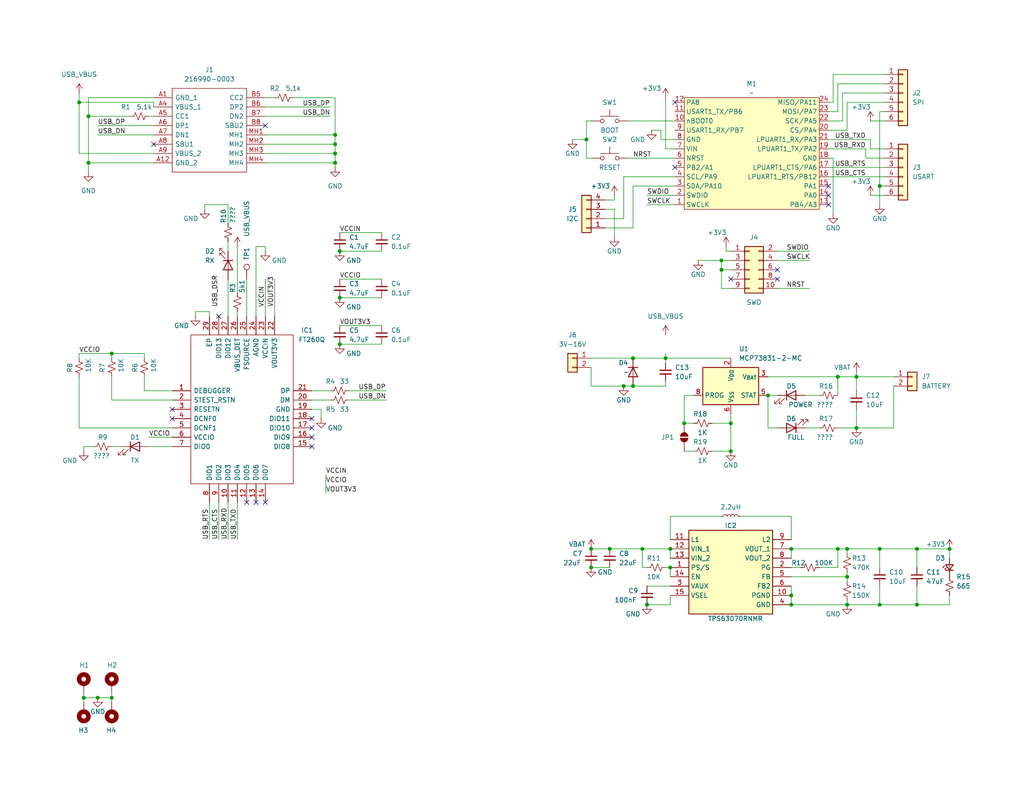
<source format=kicad_sch>
(kicad_sch (version 20231120) (generator "eeschema") (generator_version "8.0")
  (paper "USLetter")
  (title_block (title "BB-STM32 Dev Board") (date "2024-09-29") (rev "0") (company "Tyler Kraft"))
  (lib_symbols
    (symbol "+3V3_1" (power) (pin_numbers hide) (pin_names (offset 0) hide)
      (property "Value" "+3V3" (at 0 3.556 0))
      (symbol "+3V3_1_1_1"
        (pin power_in line (at 0 0 90) (length 0) (name "~") (number "1"))
      )
    )
    (symbol "216990-0003:216990-0003" (pin_names (offset 0.762))
      (property "Reference" "J" (at 26.67 7.62 0))
      (property "Value" "216990-0003" (at 26.67 5.08 0))
      (symbol "216990-0003_0_0"
        (pin passive line (at 0 0 0) (length 5.08) (name "GND_1") (number "A1"))
        (pin passive line (at 0 -17.78 0) (length 5.08) (name "GND_2") (number "A12"))
        (pin passive line (at 0 -2.54 0) (length 5.08) (name "VBUS_1") (number "A4"))
        (pin passive line (at 0 -5.08 0) (length 5.08) (name "CC1") (number "A5"))
        (pin passive line (at 0 -7.62 0) (length 5.08) (name "DP1") (number "A6"))
        (pin passive line (at 0 -10.16 0) (length 5.08) (name "DN1") (number "A7"))
        (pin passive line (at 0 -12.7 0) (length 5.08) (name "SBU1") (number "A8"))
        (pin passive line (at 0 -15.24 0) (length 5.08) (name "VBUS_2") (number "A9"))
        (pin passive line (at 30.48 0 180) (length 5.08) (name "CC2") (number "B5"))
        (pin passive line (at 30.48 -2.54 180) (length 5.08) (name "DP2") (number "B6"))
        (pin passive line (at 30.48 -5.08 180) (length 5.08) (name "DN2") (number "B7"))
        (pin passive line (at 30.48 -7.62 180) (length 5.08) (name "SBU2") (number "B8"))
        (pin passive line (at 30.48 -10.16 180) (length 5.08) (name "MH1") (number "MH1"))
        (pin passive line (at 30.48 -12.7 180) (length 5.08) (name "MH2") (number "MH2"))
        (pin passive line (at 30.48 -15.24 180) (length 5.08) (name "MH3") (number "MH3"))
        (pin passive line (at 30.48 -17.78 180) (length 5.08) (name "MH4") (number "MH4"))
      )
    )
    (symbol "Battery_Management:MCP73831-2-MC"
      (property "Reference" "U" (at -7.62 6.35 0))
      (property "Value" "MCP73831-2-MC" (at 1.27 6.35 0))
      (symbol "MCP73831-2-MC_1_1"
        (pin passive line (at 0 7.62 270) (length 2.54) hide (name "V_{DD}") (number "1"))
        (pin power_in line (at 0 7.62 270) (length 2.54) (name "V_{DD}") (number "2"))
        (pin power_out line (at 10.16 2.54 180) (length 2.54) (name "V_{BAT}") (number "3"))
        (pin passive line (at 10.16 2.54 180) (length 2.54) hide (name "V_{BAT}") (number "4"))
        (pin tri_state line (at 10.16 -2.54 180) (length 2.54) (name "STAT") (number "5"))
        (pin power_in line (at 0 -7.62 90) (length 2.54) (name "V_{SS}") (number "6"))
        (pin no_connect line (at -7.62 2.54 0) (length 2.54) hide (name "NC") (number "7"))
        (pin input line (at -10.16 -2.54 0) (length 2.54) (name "PROG") (number "8"))
      )
    )
    (symbol "Connector:TestPoint" (pin_numbers hide) (pin_names (offset 0.762) hide)
      (property "Reference" "TP" (at 0 6.858 0))
      (property "Value" "TestPoint" (at 0 5.08 0))
      (symbol "TestPoint_1_1"
        (pin passive line (at 0 0 90) (length 2.54) (name "1") (number "1"))
      )
    )
    (symbol "Connector_Generic:Conn_01x02" (pin_names (offset 1.016) hide)
      (property "Reference" "J" (at 0 2.54 0))
      (property "Value" "Conn_01x02" (at 0 -5.08 0))
      (symbol "Conn_01x02_1_1"
        (pin passive line (at -5.08 0 0) (length 3.81) (name "Pin_1") (number "1"))
        (pin passive line (at -5.08 -2.54 0) (length 3.81) (name "Pin_2") (number "2"))
      )
    )
    (symbol "Connector_Generic:Conn_01x04" (pin_names (offset 1.016) hide)
      (property "Reference" "J" (at 0 5.08 0))
      (property "Value" "Conn_01x04" (at 0 -7.62 0))
      (symbol "Conn_01x04_1_1"
        (pin passive line (at -5.08 2.54 0) (length 3.81) (name "Pin_1") (number "1"))
        (pin passive line (at -5.08 0 0) (length 3.81) (name "Pin_2") (number "2"))
        (pin passive line (at -5.08 -2.54 0) (length 3.81) (name "Pin_3") (number "3"))
        (pin passive line (at -5.08 -5.08 0) (length 3.81) (name "Pin_4") (number "4"))
      )
    )
    (symbol "Connector_Generic:Conn_01x06" (pin_names (offset 1.016) hide)
      (property "Reference" "J" (at 0 7.62 0))
      (property "Value" "Conn_01x06" (at 0 -10.16 0))
      (symbol "Conn_01x06_1_1"
        (pin passive line (at -5.08 5.08 0) (length 3.81) (name "Pin_1") (number "1"))
        (pin passive line (at -5.08 2.54 0) (length 3.81) (name "Pin_2") (number "2"))
        (pin passive line (at -5.08 0 0) (length 3.81) (name "Pin_3") (number "3"))
        (pin passive line (at -5.08 -2.54 0) (length 3.81) (name "Pin_4") (number "4"))
        (pin passive line (at -5.08 -5.08 0) (length 3.81) (name "Pin_5") (number "5"))
        (pin passive line (at -5.08 -7.62 0) (length 3.81) (name "Pin_6") (number "6"))
      )
    )
    (symbol "Connector_Generic:Conn_02x05_Odd_Even" (pin_names (offset 1.016) hide)
      (property "Reference" "J" (at 1.27 7.62 0))
      (property "Value" "Conn_02x05_Odd_Even" (at 1.27 -7.62 0))
      (symbol "Conn_02x05_Odd_Even_1_1"
        (pin passive line (at -5.08 5.08 0) (length 3.81) (name "Pin_1") (number "1"))
        (pin passive line (at 7.62 -5.08 180) (length 3.81) (name "Pin_10") (number "10"))
        (pin passive line (at 7.62 5.08 180) (length 3.81) (name "Pin_2") (number "2"))
        (pin passive line (at -5.08 2.54 0) (length 3.81) (name "Pin_3") (number "3"))
        (pin passive line (at 7.62 2.54 180) (length 3.81) (name "Pin_4") (number "4"))
        (pin passive line (at -5.08 0 0) (length 3.81) (name "Pin_5") (number "5"))
        (pin passive line (at 7.62 0 180) (length 3.81) (name "Pin_6") (number "6"))
        (pin passive line (at -5.08 -2.54 0) (length 3.81) (name "Pin_7") (number "7"))
        (pin passive line (at 7.62 -2.54 180) (length 3.81) (name "Pin_8") (number "8"))
        (pin passive line (at -5.08 -5.08 0) (length 3.81) (name "Pin_9") (number "9"))
      )
    )
    (symbol "Device:C_Small" (pin_numbers hide) (pin_names (offset 0.254) hide)
      (property "Reference" "C" (at 0.254 1.778 0))
      (property "Value" "C_Small" (at 0.254 -2.032 0))
      (symbol "C_Small_1_1"
        (pin passive line (at 0 2.54 270) (length 2.032) (name "~") (number "1"))
        (pin passive line (at 0 -2.54 90) (length 2.032) (name "~") (number "2"))
      )
    )
    (symbol "Device:LED" (pin_numbers hide) (pin_names (offset 1.016) hide)
      (property "Reference" "D" (at 0 2.54 0))
      (property "Value" "LED" (at 0 -2.54 0))
      (symbol "LED_1_1"
        (pin passive line (at -3.81 0 0) (length 2.54) (name "K") (number "1"))
        (pin passive line (at 3.81 0 180) (length 2.54) (name "A") (number "2"))
      )
    )
    (symbol "Device:LED_Small" (pin_numbers hide) (pin_names (offset 0.254) hide)
      (property "Reference" "D" (at -1.27 3.175 0))
      (property "Value" "LED_Small" (at -4.445 -2.54 0))
      (symbol "LED_Small_1_1"
        (pin passive line (at -2.54 0 0) (length 1.778) (name "K") (number "1"))
        (pin passive line (at 2.54 0 180) (length 1.778) (name "A") (number "2"))
      )
    )
    (symbol "Device:L_Small" (pin_numbers hide) (pin_names (offset 0.254) hide)
      (property "Reference" "L" (at 0.762 1.016 0))
      (property "Value" "L_Small" (at 0.762 -1.016 0))
      (symbol "L_Small_1_1"
        (pin passive line (at 0 2.54 270) (length 0.508) (name "~") (number "1"))
        (pin passive line (at 0 -2.54 90) (length 0.508) (name "~") (number "2"))
      )
    )
    (symbol "Device:R_Small_US" (pin_numbers hide) (pin_names (offset 0.254) hide)
      (property "Reference" "R" (at 0.762 0.508 0))
      (property "Value" "R_Small_US" (at 0.762 -1.016 0))
      (symbol "R_Small_US_1_1"
        (pin passive line (at 0 2.54 270) (length 1.016) (name "~") (number "1"))
        (pin passive line (at 0 -2.54 90) (length 1.016) (name "~") (number "2"))
      )
    )
    (symbol "Diode:1N4148W" (pin_numbers hide) (pin_names (offset 1.016) hide)
      (property "Reference" "D" (at 0 2.54 0))
      (property "Value" "1N4148W" (at 0 -2.54 0))
      (symbol "1N4148W_1_1"
        (pin passive line (at -3.81 0 0) (length 2.54) (name "K") (number "1"))
        (pin passive line (at 3.81 0 180) (length 2.54) (name "A") (number "2"))
      )
    )
    (symbol "FT260Q:FT260Q" (pin_names (offset 0.762))
      (property "Reference" "IC" (at 34.29 20.32 0))
      (property "Value" "FT260Q" (at 34.29 17.78 0))
      (symbol "FT260Q_0_0"
        (pin passive line (at 0 0 0) (length 5.08) (name "DEBUGGER") (number "1"))
        (pin passive line (at 15.24 -30.48 90) (length 5.08) (name "DIO3") (number "10"))
        (pin passive line (at 17.78 -30.48 90) (length 5.08) (name "DIO4") (number "11"))
        (pin passive line (at 20.32 -30.48 90) (length 5.08) (name "DIO5") (number "12"))
        (pin passive line (at 22.86 -30.48 90) (length 5.08) (name "DIO6") (number "13"))
        (pin passive line (at 25.4 -30.48 90) (length 5.08) (name "DIO7") (number "14"))
        (pin passive line (at 38.1 -15.24 180) (length 5.08) (name "DIO8") (number "15"))
        (pin passive line (at 38.1 -12.7 180) (length 5.08) (name "DIO9") (number "16"))
        (pin passive line (at 38.1 -10.16 180) (length 5.08) (name "DIO10") (number "17"))
        (pin passive line (at 38.1 -7.62 180) (length 5.08) (name "DIO11") (number "18"))
        (pin passive line (at 38.1 -5.08 180) (length 5.08) (name "GND") (number "19"))
        (pin passive line (at 0 -2.54 0) (length 5.08) (name "STEST_RSTN") (number "2"))
        (pin passive line (at 38.1 -2.54 180) (length 5.08) (name "DM") (number "20"))
        (pin passive line (at 38.1 0 180) (length 5.08) (name "DP") (number "21"))
        (pin passive line (at 27.94 20.32 270) (length 5.08) (name "VOUT3V3") (number "22"))
        (pin passive line (at 25.4 20.32 270) (length 5.08) (name "VCCIN") (number "23"))
        (pin passive line (at 22.86 20.32 270) (length 5.08) (name "AGND") (number "24"))
        (pin passive line (at 20.32 20.32 270) (length 5.08) (name "FSOURCE") (number "25"))
        (pin passive line (at 17.78 20.32 270) (length 5.08) (name "VBUS_DET") (number "26"))
        (pin passive line (at 15.24 20.32 270) (length 5.08) (name "DIO12") (number "27"))
        (pin passive line (at 12.7 20.32 270) (length 5.08) (name "DIO13") (number "28"))
        (pin passive line (at 10.16 20.32 270) (length 5.08) (name "EP") (number "29"))
        (pin passive line (at 0 -5.08 0) (length 5.08) (name "RESETN") (number "3"))
        (pin passive line (at 0 -7.62 0) (length 5.08) (name "DCNF0") (number "4"))
        (pin passive line (at 0 -10.16 0) (length 5.08) (name "DCNF1") (number "5"))
        (pin passive line (at 0 -12.7 0) (length 5.08) (name "VCCIO") (number "6"))
        (pin passive line (at 0 -15.24 0) (length 5.08) (name "DIO0") (number "7"))
        (pin passive line (at 10.16 -30.48 90) (length 5.08) (name "DIO1") (number "8"))
        (pin passive line (at 12.7 -30.48 90) (length 5.08) (name "DIO2") (number "9"))
      )
    )
    (symbol "GND_4" (power) (pin_numbers hide) (pin_names (offset 0) hide)
      (property "Value" "GND" (at 0 -3.81 0))
      (symbol "GND_4_1_1"
        (pin power_in line (at 0 0 270) (length 0) (name "~") (number "1"))
      )
    )
    (symbol "Jumper:SolderJumper_2_Open" (pin_numbers hide) (pin_names (offset 0) hide) (exclude_from_sim yes) (in_bom no)
      (property "Reference" "JP" (at 0 2.032 0))
      (property "Value" "SolderJumper_2_Open" (at 0 -2.54 0))
      (symbol "SolderJumper_2_Open_1_1"
        (pin passive line (at -3.81 0 0) (length 2.54) (name "A") (number "1"))
        (pin passive line (at 3.81 0 180) (length 2.54) (name "B") (number "2"))
      )
    )
    (symbol "Mechanical:MountingHole_Pad" (pin_numbers hide) (pin_names (offset 1.016) hide) (exclude_from_sim yes) (in_bom no)
      (property "Reference" "H" (at 0 6.35 0))
      (property "Value" "MountingHole_Pad" (at 0 4.445 0))
      (symbol "MountingHole_Pad_1_1"
        (pin input line (at 0 -2.54 90) (length 2.54) (name "1") (number "1"))
      )
    )
    (symbol "Regulator_Switching_Custom:TPS63070RNMR"
      (property "Reference" "IC" (at 9.144 6.35 0))
      (property "Value" "TPS63070RNMR" (at 9.144 4.318 0))
      (symbol "TPS63070RNMR_1_1"
        (pin passive line (at 0 -7.62 0) (length 5.08) (name "PS/S") (number "1"))
        (pin passive line (at 33.02 -15.24 180) (length 5.08) (name "PGND") (number "10"))
        (pin passive line (at 0 0 0) (length 5.08) (name "L1") (number "11"))
        (pin passive line (at 0 -2.54 0) (length 5.08) (name "VIN_1") (number "12"))
        (pin passive line (at 0 -5.08 0) (length 5.08) (name "VIN_2") (number "13"))
        (pin passive line (at 0 -10.16 0) (length 5.08) (name "EN") (number "14"))
        (pin passive line (at 0 -15.24 0) (length 5.08) (name "VSEL") (number "15"))
        (pin passive line (at 33.02 -7.62 180) (length 5.08) (name "PG") (number "2"))
        (pin passive line (at 0 -12.7 0) (length 5.08) (name "VAUX") (number "3"))
        (pin passive line (at 33.02 -17.78 180) (length 5.08) (name "GND") (number "4"))
        (pin passive line (at 33.02 -10.16 180) (length 5.08) (name "FB") (number "5"))
        (pin passive line (at 33.02 -12.7 180) (length 5.08) (name "FB2") (number "6"))
        (pin passive line (at 33.02 -2.54 180) (length 5.08) (name "VOUT_1") (number "7"))
        (pin passive line (at 33.02 -5.08 180) (length 5.08) (name "VOUT_2") (number "8"))
        (pin passive line (at 33.02 0 180) (length 5.08) (name "L2") (number "9"))
      )
    )
    (symbol "Switch:SW_Push" (pin_numbers hide) (pin_names (offset 1.016) hide)
      (property "Reference" "SW" (at 1.27 2.54 0))
      (property "Value" "SW_Push" (at 0 -1.524 0))
      (symbol "SW_Push_0_1"
        (pin passive line (at -5.08 0 0) (length 2.54) (name "1") (number "1"))
        (pin passive line (at 5.08 0 180) (length 2.54) (name "2") (number "2"))
      )
    )
    (symbol "Wireless_Custom:BB-STM32WL"
      (property "Reference" "M" (at -15.494 16.256 0))
      (symbol "BB-STM32WL_1_1"
        (pin bidirectional line (at -20.32 -13.97 0) (length 2.54) (name "SWCLK") (number "1"))
        (pin input line (at -20.32 8.89 0) (length 2.54) (name "nBOOT0") (number "10"))
        (pin bidirectional line (at -20.32 11.43 0) (length 2.54) (name "USART1_TX/PB6") (number "11"))
        (pin bidirectional line (at -20.32 13.97 0) (length 2.54) (name "PA8") (number "12"))
        (pin bidirectional line (at 21.59 -13.97 180) (length 2.54) (name "PB4/A3") (number "13"))
        (pin bidirectional line (at 21.59 -11.43 180) (length 2.54) (name "PA0") (number "14"))
        (pin bidirectional line (at 21.59 -8.89 180) (length 2.54) (name "PA1") (number "15"))
        (pin bidirectional line (at 21.59 -6.35 180) (length 2.54) (name "LPUART1_RTS/PB12") (number "16"))
        (pin bidirectional line (at 21.59 -3.81 180) (length 2.54) (name "LPUART1_CTS/PA6") (number "17"))
        (pin power_in line (at 21.59 -1.27 180) (length 2.54) (name "GND") (number "18"))
        (pin bidirectional line (at 21.59 1.27 180) (length 2.54) (name "LPUART1_TX/PA2") (number "19"))
        (pin bidirectional line (at -20.32 -11.43 0) (length 2.54) (name "SWDIO") (number "2"))
        (pin bidirectional line (at 21.59 6.35 180) (length 2.54) (name "CS/PA4") (number "20"))
        (pin bidirectional line (at 21.59 3.81 180) (length 2.54) (name "LPUART1_RX/PA3") (number "21"))
        (pin bidirectional line (at 21.59 8.89 180) (length 2.54) (name "SCK/PA5") (number "22"))
        (pin bidirectional line (at 21.59 11.43 180) (length 2.54) (name "MOSI/PA7") (number "23"))
        (pin bidirectional line (at 21.59 13.97 180) (length 2.54) (name "MISO/PA11") (number "24"))
        (pin bidirectional line (at -20.32 -8.89 0) (length 2.54) (name "SDA/PA10") (number "3"))
        (pin bidirectional line (at -20.32 -6.35 0) (length 2.54) (name "SCL/PA9") (number "4"))
        (pin bidirectional line (at -20.32 -3.81 0) (length 2.54) (name "PB2/A1") (number "5"))
        (pin input line (at -20.32 -1.27 0) (length 2.54) (name "NRST") (number "6"))
        (pin power_in line (at -20.32 1.27 0) (length 2.54) (name "VIN") (number "7"))
        (pin power_in line (at -20.32 3.81 0) (length 2.54) (name "GND") (number "8"))
        (pin bidirectional line (at -20.32 6.35 0) (length 2.54) (name "USART1_RX/PB7") (number "9"))
      )
    )
    (symbol "power:+3V3" (power) (pin_numbers hide) (pin_names (offset 0) hide)
      (property "Value" "+3V3" (at 0 3.556 0))
      (symbol "+3V3_1_1"
        (pin power_in line (at 0 0 90) (length 0) (name "~") (number "1"))
      )
    )
    (symbol "power:+5V" (power) (pin_numbers hide) (pin_names (offset 0) hide)
      (property "Value" "+5V" (at 0 3.556 0))
      (symbol "+5V_1_1"
        (pin power_in line (at 0 0 90) (length 0) (name "~") (number "1"))
      )
    )
    (symbol "power:GND" (power) (pin_numbers hide) (pin_names (offset 0) hide)
      (property "Value" "GND" (at 0 -3.81 0))
      (symbol "GND_1_1"
        (pin power_in line (at 0 0 270) (length 0) (name "~") (number "1"))
      )
    )
  )
  (junction (at 182.88 149.86))
  (junction (at 175.26 149.86))
  (junction (at 240.03 50.8))
  (junction (at 91.44 39.37))
  (junction (at 26.67 190.5))
  (junction (at 233.68 102.87))
  (junction (at 209.55 107.95))
  (junction (at 181.61 97.79))
  (junction (at 215.9 162.56))
  (junction (at 250.19 165.1))
  (junction (at 215.9 165.1))
  (junction (at 92.71 93.98))
  (junction (at 160.02 38.1))
  (junction (at 228.6 102.87))
  (junction (at 161.29 154.94))
  (junction (at 186.69 115.57))
  (junction (at 30.48 96.52))
  (junction (at 250.19 149.86))
  (junction (at 231.14 149.86))
  (junction (at 161.29 149.86))
  (junction (at 21.59 27.94))
  (junction (at 240.03 165.1))
  (junction (at 172.72 97.79))
  (junction (at 92.71 81.28))
  (junction (at 196.85 73.66))
  (junction (at 199.39 123.19))
  (junction (at 91.44 44.45))
  (junction (at 233.68 116.84))
  (junction (at 240.03 149.86))
  (junction (at 215.9 149.86))
  (junction (at 170.18 105.41))
  (junction (at 22.86 190.5))
  (junction (at 30.48 190.5))
  (junction (at 182.88 154.94))
  (junction (at 91.44 36.83))
  (junction (at 92.71 68.58))
  (junction (at 228.6 149.86))
  (junction (at 176.53 165.1))
  (junction (at 172.72 105.41))
  (junction (at 24.13 31.75))
  (junction (at 91.44 41.91))
  (junction (at 166.37 149.86))
  (junction (at 231.14 157.48))
  (junction (at 231.14 165.1))
  (junction (at 259.08 149.86))
  (junction (at 196.85 71.12))
  (junction (at 24.13 44.45))
  (junction (at 199.39 115.57))
  (no_connect (at 85.09 121.92))
  (no_connect (at 184.15 45.72))
  (no_connect (at 85.09 114.3))
  (no_connect (at 72.39 34.29))
  (no_connect (at 226.06 50.8))
  (no_connect (at 72.39 137.16))
  (no_connect (at 212.09 73.66))
  (no_connect (at 199.39 76.2))
  (no_connect (at 226.06 55.88))
  (no_connect (at 46.99 114.3))
  (no_connect (at 85.09 116.84))
  (no_connect (at 46.99 111.76))
  (no_connect (at 67.31 137.16))
  (no_connect (at 226.06 53.34))
  (no_connect (at 85.09 119.38))
  (no_connect (at 59.69 86.36))
  (no_connect (at 69.85 137.16))
  (no_connect (at 184.15 27.94))
  (no_connect (at 212.09 76.2))
  (no_connect (at 41.91 39.37))
  (wire (pts (xy 231.14 165.1) (xy 231.14 163.83)))
  (wire (pts (xy 24.13 44.45) (xy 24.13 46.99)))
  (wire (pts (xy 181.61 105.41) (xy 172.72 105.41)))
  (wire (pts (xy 182.88 162.56) (xy 182.88 165.1)))
  (wire (pts (xy 24.13 26.67) (xy 24.13 31.75)))
  (wire (pts (xy 198.12 67.31) (xy 198.12 68.58)))
  (wire (pts (xy 215.9 157.48) (xy 231.14 157.48)))
  (wire (pts (xy 40.64 121.92) (xy 46.99 121.92)))
  (wire (pts (xy 72.39 44.45) (xy 91.44 44.45)))
  (wire (pts (xy 22.86 190.5) (xy 22.86 191.77)))
  (wire (pts (xy 72.39 67.31) (xy 72.39 68.58)))
  (wire (pts (xy 226.06 45.72) (xy 241.3 45.72)))
  (wire (pts (xy 231.14 158.75) (xy 231.14 157.48)))
  (wire (pts (xy 243.84 105.41) (xy 243.84 116.84)))
  (wire (pts (xy 240.03 149.86) (xy 250.19 149.86)))
  (wire (pts (xy 21.59 116.84) (xy 46.99 116.84)))
  (wire (pts (xy 209.55 116.84) (xy 209.55 107.95)))
  (wire (pts (xy 182.88 149.86) (xy 175.26 149.86)))
  (wire (pts (xy 176.53 154.94) (xy 175.26 154.94)))
  (wire (pts (xy 233.68 102.87) (xy 243.84 102.87)))
  (wire (pts (xy 212.09 71.12) (xy 220.98 71.12)))
  (wire (pts (xy 167.64 57.15) (xy 167.64 64.77)))
  (wire (pts (xy 190.5 71.12) (xy 196.85 71.12)))
  (wire (pts (xy 236.22 40.64) (xy 226.06 40.64)))
  (wire (pts (xy 181.61 154.94) (xy 182.88 154.94)))
  (wire (pts (xy 227.33 43.18) (xy 227.33 58.42)))
  (wire (pts (xy 22.86 189.23) (xy 22.86 190.5)))
  (wire (pts (xy 176.53 53.34) (xy 184.15 53.34)))
  (wire (pts (xy 226.06 43.18) (xy 227.33 43.18)))
  (wire (pts (xy 240.03 30.48) (xy 240.03 50.8)))
  (wire (pts (xy 194.31 123.19) (xy 199.39 123.19)))
  (wire (pts (xy 175.26 154.94) (xy 175.26 149.86)))
  (wire (pts (xy 26.67 190.5) (xy 30.48 190.5)))
  (wire (pts (xy 170.18 105.41) (xy 172.72 105.41)))
  (wire (pts (xy 226.06 35.56) (xy 231.14 35.56)))
  (wire (pts (xy 226.06 33.02) (xy 229.87 33.02)))
  (wire (pts (xy 240.03 160.02) (xy 240.03 165.1)))
  (wire (pts (xy 165.1 54.61) (xy 167.64 54.61)))
  (wire (pts (xy 91.44 26.67) (xy 91.44 36.83)))
  (wire (pts (xy 67.31 76.2) (xy 67.31 86.36)))
  (wire (pts (xy 177.8 35.56) (xy 180.34 35.56)))
  (wire (pts (xy 229.87 33.02) (xy 229.87 25.4)))
  (wire (pts (xy 53.34 85.09) (xy 57.15 85.09)))
  (wire (pts (xy 180.34 38.1) (xy 184.15 38.1)))
  (wire (pts (xy 39.37 106.68) (xy 46.99 106.68)))
  (wire (pts (xy 196.85 73.66) (xy 196.85 71.12)))
  (wire (pts (xy 172.72 62.23) (xy 165.1 62.23)))
  (wire (pts (xy 226.06 48.26) (xy 241.3 48.26)))
  (wire (pts (xy 92.71 63.5) (xy 104.14 63.5)))
  (wire (pts (xy 215.9 160.02) (xy 215.9 162.56)))
  (wire (pts (xy 39.37 102.87) (xy 39.37 106.68)))
  (wire (pts (xy 53.34 86.36) (xy 53.34 85.09)))
  (wire (pts (xy 170.18 48.26) (xy 184.15 48.26)))
  (wire (pts (xy 72.39 36.83) (xy 91.44 36.83)))
  (wire (pts (xy 172.72 97.79) (xy 181.61 97.79)))
  (wire (pts (xy 22.86 121.92) (xy 22.86 123.19)))
  (wire (pts (xy 166.37 149.86) (xy 175.26 149.86)))
  (wire (pts (xy 259.08 162.56) (xy 259.08 165.1)))
  (wire (pts (xy 161.29 149.86) (xy 166.37 149.86)))
  (wire (pts (xy 199.39 73.66) (xy 196.85 73.66)))
  (wire (pts (xy 182.88 154.94) (xy 182.88 157.48)))
  (wire (pts (xy 91.44 45.72) (xy 91.44 44.45)))
  (wire (pts (xy 64.77 137.16) (xy 64.77 147.32)))
  (wire (pts (xy 237.49 40.64) (xy 241.3 40.64)))
  (wire (pts (xy 161.29 100.33) (xy 161.29 105.41)))
  (wire (pts (xy 237.49 33.02) (xy 241.3 33.02)))
  (wire (pts (xy 231.14 165.1) (xy 240.03 165.1)))
  (wire (pts (xy 92.71 76.2) (xy 104.14 76.2)))
  (wire (pts (xy 62.23 55.88) (xy 62.23 60.96)))
  (wire (pts (xy 181.61 97.79) (xy 199.39 97.79)))
  (wire (pts (xy 91.44 26.67) (xy 80.01 26.67)))
  (wire (pts (xy 72.39 76.2) (xy 72.39 86.36)))
  (wire (pts (xy 196.85 71.12) (xy 199.39 71.12)))
  (wire (pts (xy 209.55 107.95) (xy 212.09 107.95)))
  (wire (pts (xy 176.53 55.88) (xy 184.15 55.88)))
  (wire (pts (xy 25.4 121.92) (xy 22.86 121.92)))
  (wire (pts (xy 231.14 149.86) (xy 240.03 149.86)))
  (wire (pts (xy 40.64 31.75) (xy 41.91 31.75)))
  (wire (pts (xy 41.91 27.94) (xy 41.91 29.21)))
  (wire (pts (xy 215.9 165.1) (xy 231.14 165.1)))
  (wire (pts (xy 55.88 57.15) (xy 55.88 55.88)))
  (wire (pts (xy 172.72 50.8) (xy 184.15 50.8)))
  (wire (pts (xy 223.52 154.94) (xy 228.6 154.94)))
  (wire (pts (xy 199.39 78.74) (xy 196.85 78.74)))
  (wire (pts (xy 92.71 93.98) (xy 104.14 93.98)))
  (wire (pts (xy 91.44 39.37) (xy 91.44 41.91)))
  (wire (pts (xy 182.88 140.97) (xy 196.85 140.97)))
  (wire (pts (xy 259.08 165.1) (xy 250.19 165.1)))
  (wire (pts (xy 186.69 123.19) (xy 189.23 123.19)))
  (wire (pts (xy 181.61 97.79) (xy 181.61 99.06)))
  (wire (pts (xy 21.59 27.94) (xy 21.59 41.91)))
  (wire (pts (xy 64.77 67.31) (xy 64.77 80.01)))
  (wire (pts (xy 176.53 160.02) (xy 182.88 160.02)))
  (wire (pts (xy 85.09 106.68) (xy 90.17 106.68)))
  (wire (pts (xy 228.6 149.86) (xy 231.14 149.86)))
  (wire (pts (xy 184.15 40.64) (xy 181.61 40.64)))
  (wire (pts (xy 30.48 109.22) (xy 30.48 102.87)))
  (wire (pts (xy 69.85 67.31) (xy 69.85 86.36)))
  (wire (pts (xy 161.29 33.02) (xy 160.02 33.02)))
  (wire (pts (xy 21.59 96.52) (xy 30.48 96.52)))
  (wire (pts (xy 227.33 27.94) (xy 227.33 20.32)))
  (wire (pts (xy 226.06 27.94) (xy 227.33 27.94)))
  (wire (pts (xy 231.14 27.94) (xy 241.3 27.94)))
  (wire (pts (xy 161.29 154.94) (xy 166.37 154.94)))
  (wire (pts (xy 241.3 50.8) (xy 240.03 50.8)))
  (wire (pts (xy 233.68 111.76) (xy 233.68 116.84)))
  (wire (pts (xy 240.03 165.1) (xy 250.19 165.1)))
  (wire (pts (xy 72.39 29.21) (xy 90.17 29.21)))
  (wire (pts (xy 59.69 137.16) (xy 59.69 147.32)))
  (wire (pts (xy 92.71 88.9) (xy 104.14 88.9)))
  (wire (pts (xy 182.88 149.86) (xy 182.88 152.4)))
  (wire (pts (xy 250.19 149.86) (xy 250.19 154.94)))
  (wire (pts (xy 88.9 129.54) (xy 88.9 134.62)))
  (wire (pts (xy 186.69 115.57) (xy 189.23 115.57)))
  (wire (pts (xy 91.44 41.91) (xy 91.44 44.45)))
  (wire (pts (xy 57.15 85.09) (xy 57.15 86.36)))
  (wire (pts (xy 212.09 78.74) (xy 220.98 78.74)))
  (wire (pts (xy 21.59 25.4) (xy 21.59 27.94)))
  (wire (pts (xy 30.48 96.52) (xy 39.37 96.52)))
  (wire (pts (xy 30.48 109.22) (xy 46.99 109.22)))
  (wire (pts (xy 30.48 97.79) (xy 30.48 96.52)))
  (wire (pts (xy 229.87 25.4) (xy 241.3 25.4)))
  (wire (pts (xy 85.09 111.76) (xy 87.63 111.76)))
  (wire (pts (xy 215.9 149.86) (xy 215.9 152.4)))
  (wire (pts (xy 215.9 149.86) (xy 228.6 149.86)))
  (wire (pts (xy 233.68 106.68) (xy 233.68 102.87)))
  (wire (pts (xy 237.49 38.1) (xy 237.49 40.64)))
  (wire (pts (xy 186.69 107.95) (xy 186.69 115.57)))
  (wire (pts (xy 182.88 165.1) (xy 176.53 165.1)))
  (wire (pts (xy 85.09 109.22) (xy 90.17 109.22)))
  (wire (pts (xy 182.88 147.32) (xy 182.88 140.97)))
  (wire (pts (xy 199.39 115.57) (xy 199.39 113.03)))
  (wire (pts (xy 26.67 36.83) (xy 41.91 36.83)))
  (wire (pts (xy 30.48 190.5) (xy 30.48 191.77)))
  (wire (pts (xy 171.45 33.02) (xy 184.15 33.02)))
  (wire (pts (xy 72.39 39.37) (xy 91.44 39.37)))
  (wire (pts (xy 237.49 53.34) (xy 241.3 53.34)))
  (wire (pts (xy 236.22 43.18) (xy 241.3 43.18)))
  (wire (pts (xy 171.45 43.18) (xy 184.15 43.18)))
  (wire (pts (xy 228.6 102.87) (xy 233.68 102.87)))
  (wire (pts (xy 21.59 102.87) (xy 21.59 116.84)))
  (wire (pts (xy 72.39 26.67) (xy 74.93 26.67)))
  (wire (pts (xy 165.1 57.15) (xy 167.64 57.15)))
  (wire (pts (xy 22.86 190.5) (xy 26.67 190.5)))
  (wire (pts (xy 259.08 152.4) (xy 259.08 149.86)))
  (wire (pts (xy 170.18 48.26) (xy 170.18 59.69)))
  (wire (pts (xy 24.13 44.45) (xy 41.91 44.45)))
  (wire (pts (xy 243.84 116.84) (xy 233.68 116.84)))
  (wire (pts (xy 160.02 43.18) (xy 161.29 43.18)))
  (wire (pts (xy 231.14 157.48) (xy 231.14 156.21)))
  (wire (pts (xy 92.71 68.58) (xy 104.14 68.58)))
  (wire (pts (xy 227.33 20.32) (xy 241.3 20.32)))
  (wire (pts (xy 74.93 76.2) (xy 74.93 86.36)))
  (wire (pts (xy 87.63 111.76) (xy 87.63 114.3)))
  (wire (pts (xy 172.72 50.8) (xy 172.72 62.23)))
  (wire (pts (xy 160.02 38.1) (xy 160.02 43.18)))
  (wire (pts (xy 199.39 123.19) (xy 199.39 115.57)))
  (wire (pts (xy 194.31 115.57) (xy 199.39 115.57)))
  (wire (pts (xy 92.71 81.28) (xy 104.14 81.28)))
  (wire (pts (xy 170.18 59.69) (xy 165.1 59.69)))
  (wire (pts (xy 95.25 109.22) (xy 105.41 109.22)))
  (wire (pts (xy 198.12 68.58) (xy 199.39 68.58)))
  (wire (pts (xy 189.23 107.95) (xy 186.69 107.95)))
  (wire (pts (xy 26.67 34.29) (xy 41.91 34.29)))
  (wire (pts (xy 21.59 97.79) (xy 21.59 96.52)))
  (wire (pts (xy 39.37 96.52) (xy 39.37 97.79)))
  (wire (pts (xy 21.59 27.94) (xy 41.91 27.94)))
  (wire (pts (xy 57.15 137.16) (xy 57.15 147.32)))
  (wire (pts (xy 41.91 26.67) (xy 24.13 26.67)))
  (wire (pts (xy 64.77 85.09) (xy 64.77 86.36)))
  (wire (pts (xy 62.23 137.16) (xy 62.23 147.32)))
  (wire (pts (xy 226.06 30.48) (xy 228.6 30.48)))
  (wire (pts (xy 228.6 102.87) (xy 228.6 107.95)))
  (wire (pts (xy 228.6 22.86) (xy 241.3 22.86)))
  (wire (pts (xy 161.29 105.41) (xy 170.18 105.41)))
  (wire (pts (xy 240.03 154.94) (xy 240.03 149.86)))
  (wire (pts (xy 236.22 43.18) (xy 236.22 40.64)))
  (wire (pts (xy 250.19 165.1) (xy 250.19 160.02)))
  (wire (pts (xy 181.61 40.64) (xy 181.61 26.67)))
  (wire (pts (xy 62.23 66.04) (xy 62.23 68.58)))
  (wire (pts (xy 40.64 119.38) (xy 46.99 119.38)))
  (wire (pts (xy 215.9 165.1) (xy 215.9 162.56)))
  (wire (pts (xy 209.55 102.87) (xy 228.6 102.87)))
  (wire (pts (xy 95.25 106.68) (xy 105.41 106.68)))
  (wire (pts (xy 241.3 30.48) (xy 240.03 30.48)))
  (wire (pts (xy 72.39 41.91) (xy 91.44 41.91)))
  (wire (pts (xy 219.71 107.95) (xy 223.52 107.95)))
  (wire (pts (xy 55.88 55.88) (xy 62.23 55.88)))
  (wire (pts (xy 219.71 116.84) (xy 223.52 116.84)))
  (wire (pts (xy 24.13 31.75) (xy 35.56 31.75)))
  (wire (pts (xy 231.14 149.86) (xy 231.14 151.13)))
  (wire (pts (xy 228.6 116.84) (xy 233.68 116.84)))
  (wire (pts (xy 30.48 189.23) (xy 30.48 190.5)))
  (wire (pts (xy 228.6 30.48) (xy 228.6 22.86)))
  (wire (pts (xy 233.68 101.6) (xy 233.68 102.87)))
  (wire (pts (xy 196.85 73.66) (xy 196.85 78.74)))
  (wire (pts (xy 30.48 121.92) (xy 33.02 121.92)))
  (wire (pts (xy 41.91 41.91) (xy 21.59 41.91)))
  (wire (pts (xy 156.21 38.1) (xy 160.02 38.1)))
  (wire (pts (xy 161.29 97.79) (xy 172.72 97.79)))
  (wire (pts (xy 24.13 31.75) (xy 24.13 44.45)))
  (wire (pts (xy 167.64 54.61) (xy 167.64 53.34)))
  (wire (pts (xy 201.93 140.97) (xy 215.9 140.97)))
  (wire (pts (xy 209.55 116.84) (xy 212.09 116.84)))
  (wire (pts (xy 237.49 38.1) (xy 226.06 38.1)))
  (wire (pts (xy 91.44 36.83) (xy 91.44 39.37)))
  (wire (pts (xy 228.6 154.94) (xy 228.6 149.86)))
  (wire (pts (xy 218.44 154.94) (xy 215.9 154.94)))
  (wire (pts (xy 259.08 149.86) (xy 250.19 149.86)))
  (wire (pts (xy 69.85 67.31) (xy 72.39 67.31)))
  (wire (pts (xy 181.61 104.14) (xy 181.61 105.41)))
  (wire (pts (xy 212.09 68.58) (xy 220.98 68.58)))
  (wire (pts (xy 231.14 35.56) (xy 231.14 27.94)))
  (wire (pts (xy 62.23 76.2) (xy 62.23 86.36)))
  (wire (pts (xy 240.03 50.8) (xy 240.03 55.88)))
  (wire (pts (xy 181.61 96.52) (xy 181.61 97.79)))
  (wire (pts (xy 72.39 31.75) (xy 90.17 31.75)))
  (wire (pts (xy 215.9 140.97) (xy 215.9 147.32)))
  (wire (pts (xy 180.34 35.56) (xy 180.34 38.1)))
  (wire (pts (xy 160.02 33.02) (xy 160.02 38.1)))
  (label "NRST" (at 172.72 43.18 0))
  (label "VOUT3V3" (at 88.9 134.62 0))
  (label "VCCIO" (at 40.64 119.38 0))
  (label "USB_RXD" (at 236.22 40.64 180))
  (label "VOUT3V3" (at 74.93 83.82 90))
  (label "VCCIO" (at 21.59 96.52 0))
  (label "USB_CTS" (at 59.69 147.32 90))
  (label "SWDIO" (at 214.63 68.58 0))
  (label "USB_RTS" (at 57.15 147.32 90))
  (label "VCCIO" (at 88.9 132.08 0))
  (label "USB_DN" (at 82.55 31.75 0))
  (label "USB_TXD" (at 64.77 147.32 90))
  (label "USB_DP" (at 97.79 106.68 0))
  (label "USB_DP" (at 82.55 29.21 0))
  (label "VCCIN" (at 72.39 83.82 90))
  (label "USB_DP" (at 26.67 34.29 0))
  (label "USB_DN" (at 97.79 109.22 0))
  (label "NRST" (at 214.63 78.74 0))
  (label "VCCIN" (at 88.9 129.54 0))
  (label "VOUT3V3" (at 92.71 88.9 0))
  (label "SWCLK" (at 176.53 55.88 0))
  (label "SWDIO" (at 176.53 53.34 0))
  (label "USB_RTS" (at 236.22 45.72 180))
  (label "USB_DSR" (at 59.69 83.82 90))
  (label "USB_DN" (at 26.67 36.83 0))
  (label "SWCLK" (at 214.63 71.12 0))
  (label "USB_RXD" (at 62.23 147.32 90))
  (label "USB_CTS" (at 236.22 48.26 180))
  (label "VCCIN" (at 92.71 63.5 0))
  (label "USB_TXD" (at 236.22 38.1 180))
  (label "VCCIO" (at 92.71 76.2 0))
  (symbol (lib_id "Wireless_Custom:BB-STM32WL") (at 204.47 41.91 0) (unit 1)
    (property "Reference" "M1" (at 205.105 22.86 0))
    (property "Value" "~" (at 205.105 25.4 0))
    (property "Footprint" "Wireless_Custom:BB-STM32WL" (effects (hide yes)))
  )
  (symbol (lib_id "Device:R_Small_US") (at 39.37 100.33 180) (unit 1)
    (property "Reference" "R6" (at 36.83 99.06 90) (effects (justify left)))
    (property "Value" "10K" (at 41.91 97.79 90) (effects (justify left)))
    (property "Footprint" "Resistor_SMD:R_0402_1005Metric_Pad0.72x0.64mm_HandSolder" (effects (hide yes)))
    (property "Description" "Resistor, small US symbol" (effects (hide yes)))
  )
  (symbol (lib_id "Connector_Generic:Conn_01x06") (at 246.38 25.4 0) (unit 1)
    (property "Reference" "J2" (at 248.92 25.3999 0) (effects (justify left)))
    (property "Value" "SPI" (at 248.92 27.9399 0) (effects (justify left)))
    (property "Footprint" "Connector_PinSocket_2.54mm:PinSocket_1x06_P2.54mm_Vertical" (effects (hide yes)))
    (property "Description" "Generic connector, single row, 01x06, script generated (kicad-library-utils/schlib/autogen/connector/)" (effects (hide yes)))
  )
  (symbol (lib_id "Device:R_Small_US") (at 226.06 107.95 90) (unit 1)
    (property "Reference" "R16" (at 227.33 105.41 90) (effects (justify left)))
    (property "Value" "????" (at 227.33 110.49 90) (effects (justify left)))
    (property "Footprint" "Resistor_SMD:R_0402_1005Metric_Pad0.72x0.64mm_HandSolder" (effects (hide yes)))
    (property "Description" "Resistor, small US symbol" (effects (hide yes)))
    (property "Manufacturer_Name" "Yageo" (effects (hide yes)))
    (property "Manufacturer_Part_Number" "RC0402JR-0710KL" (effects (hide yes)))
  )
  (symbol (lib_id "Battery_Management:MCP73831-2-MC") (at 199.39 105.41 0) (unit 1)
    (property "Reference" "U1" (at 201.5841 95.25 0) (effects (justify left)))
    (property "Value" "MCP73831-2-MC" (at 201.5841 97.79 0) (effects (justify left)))
    (property "Footprint" "Package_DFN_QFN:DFN-8-1EP_3x2mm_P0.5mm_EP1.7x1.4mm" (effects (hide yes)))
    (property "Datasheet" "http://ww1.microchip.com/downloads/en/DeviceDoc/20001984g.pdf" (effects (hide yes)))
    (property "Description" "Single cell, Li-Ion/Li-Po charge management controller, 4.20V, Tri-State Status Output, in DFN-8 package" (effects (hide yes)))
  )
  (symbol (lib_id "Connector_Generic:Conn_01x02") (at 248.92 102.87 0) (unit 1)
    (property "Reference" "J7" (at 251.46 102.8699 0) (effects (justify left)))
    (property "Value" "BATTERY" (at 251.46 105.4099 0) (effects (justify left)))
    (property "Footprint" "Connector_Molex:Molex_PicoBlade_53261-0271_1x02-1MP_P1.25mm_Horizontal" (effects (hide yes)))
    (property "Description" "Generic connector, single row, 01x02, script generated (kicad-library-utils/schlib/autogen/connector/)" (effects (hide yes)))
  )
  (symbol (lib_id "Device:C_Small") (at 104.14 78.74 0) (unit 1)
    (property "Reference" "C4" (at 106.68 77.4762 0) (effects (justify left)))
    (property "Value" "0.1uF" (at 106.68 80.0162 0) (effects (justify left)))
    (property "Footprint" "Capacitor_SMD:C_0402_1005Metric_Pad0.74x0.62mm_HandSolder" (effects (hide yes)))
    (property "Description" "Unpolarized capacitor, small symbol" (effects (hide yes)))
  )
  (symbol (lib_id "Connector:TestPoint") (at 67.31 76.2 0) (unit 1)
    (property "Reference" "TP1" (at 67.31 71.12 90) (effects (justify left)))
    (property "Value" "TestPoint" (effects (hide yes)))
    (property "Footprint" "TestPoint:TestPoint_Loop_D1.80mm_Drill1.0mm_Beaded" (effects (hide yes)))
    (property "Description" "test point" (effects (hide yes)))
  )
  (symbol (lib_name "GND_4") (lib_id "power:GND") (at 176.53 165.1 0) (unit 1)
    (property "Reference" "#PWR027" (effects (hide yes)))
    (property "Value" "GND" (at 172.72 167.64 0))
    (property "Description" "Power symbol creates a global label with name \"GND\" , ground" (effects (hide yes)))
  )
  (symbol (lib_id "Device:R_Small_US") (at 27.94 121.92 270) (unit 1)
    (property "Reference" "R9" (at 26.67 119.38 90) (effects (justify left)))
    (property "Value" "????" (at 25.4 124.46 90) (effects (justify left)))
    (property "Footprint" "Resistor_SMD:R_0402_1005Metric_Pad0.72x0.64mm_HandSolder" (effects (hide yes)))
    (property "Description" "Resistor, small US symbol" (effects (hide yes)))
  )
  (symbol (lib_id "Connector_Generic:Conn_01x06") (at 246.38 45.72 0) (unit 1)
    (property "Reference" "J3" (at 248.92 45.7199 0) (effects (justify left)))
    (property "Value" "USART" (at 248.92 48.2599 0) (effects (justify left)))
    (property "Footprint" "Connector_PinSocket_2.54mm:PinSocket_1x06_P2.54mm_Vertical" (effects (hide yes)))
    (property "Description" "Generic connector, single row, 01x06, script generated (kicad-library-utils/schlib/autogen/connector/)" (effects (hide yes)))
  )
  (symbol (lib_id "Device:C_Small") (at 104.14 91.44 0) (unit 1)
    (property "Reference" "C6" (at 106.68 90.1762 0) (effects (justify left)))
    (property "Value" "0.1uF" (at 106.68 92.7162 0) (effects (justify left)))
    (property "Footprint" "Capacitor_SMD:C_0402_1005Metric_Pad0.74x0.62mm_HandSolder" (effects (hide yes)))
    (property "Description" "Unpolarized capacitor, small symbol" (effects (hide yes)))
  )
  (symbol (lib_id "power:GND") (at 227.33 58.42 0) (unit 1)
    (property "Reference" "#PWR023" (effects (hide yes)))
    (property "Value" "GND" (at 227.33 62.23 0))
    (property "Description" "Power symbol creates a global label with name \"GND\" , ground" (effects (hide yes)))
  )
  (symbol (lib_id "power:+5V") (at 181.61 91.44 0) (unit 1)
    (property "Reference" "#PWR035" (effects (hide yes)))
    (property "Value" "USB_VBUS" (at 181.61 86.36 0))
    (property "Description" "Power symbol creates a global label with name \"+5V\"" (effects (hide yes)))
  )
  (symbol (lib_id "Device:R_Small_US") (at 226.06 116.84 90) (unit 1)
    (property "Reference" "R17" (at 227.33 114.3 90) (effects (justify left)))
    (property "Value" "????" (at 227.33 119.38 90) (effects (justify left)))
    (property "Footprint" "Resistor_SMD:R_0402_1005Metric_Pad0.72x0.64mm_HandSolder" (effects (hide yes)))
    (property "Description" "Resistor, small US symbol" (effects (hide yes)))
    (property "Manufacturer_Name" "Yageo" (effects (hide yes)))
    (property "Manufacturer_Part_Number" "RC0402JR-0710KL" (effects (hide yes)))
  )
  (symbol (lib_id "Device:C_Small") (at 92.71 91.44 0) (unit 1)
    (property "Reference" "C5" (at 95.25 90.1762 0) (effects (justify left)))
    (property "Value" "4.7uF" (at 95.25 92.7162 0) (effects (justify left)))
    (property "Footprint" "Capacitor_SMD:C_0402_1005Metric_Pad0.74x0.62mm_HandSolder" (effects (hide yes)))
    (property "Description" "Unpolarized capacitor, small symbol" (effects (hide yes)))
  )
  (symbol (lib_id "Device:R_Small_US") (at 30.48 100.33 180) (unit 1)
    (property "Reference" "R7" (at 27.94 99.06 90) (effects (justify left)))
    (property "Value" "10K" (at 33.02 97.79 90) (effects (justify left)))
    (property "Footprint" "Resistor_SMD:R_0402_1005Metric_Pad0.72x0.64mm_HandSolder" (effects (hide yes)))
    (property "Description" "Resistor, small US symbol" (effects (hide yes)))
  )
  (symbol (lib_id "Device:L_Small") (at 199.39 140.97 90) (unit 1)
    (property "Reference" "L1" (effects (hide yes)))
    (property "Value" "2.2uH" (at 199.39 138.43 90))
    (property "Footprint" "Inductor_SMD:L_0805_2012Metric_Pad1.15x1.40mm_HandSolder" (effects (hide yes)))
    (property "Description" "Inductor, small symbol" (effects (hide yes)))
    (property "Manufacturer_Name" "INPAQ" (effects (hide yes)))
    (property "Manufacturer_Part_Number" "WIP201610S-2R2MLDG" (effects (hide yes)))
  )
  (symbol (lib_id "power:+3V3") (at 181.61 26.67 0) (unit 1)
    (property "Reference" "#PWR021" (effects (hide yes)))
    (property "Value" "+3V3" (at 177.8 24.13 0))
    (property "Description" "Power symbol creates a global label with name \"+3V3\"" (effects (hide yes)))
  )
  (symbol (lib_name "GND_4") (lib_id "power:GND") (at 170.18 105.41 0) (unit 1)
    (property "Reference" "#PWR031" (effects (hide yes)))
    (property "Value" "GND" (at 170.18 109.22 0))
    (property "Description" "Power symbol creates a global label with name \"GND\" , ground" (effects (hide yes)))
  )
  (symbol (lib_id "power:GND") (at 92.71 68.58 0) (unit 1)
    (property "Reference" "#PWR05" (effects (hide yes)))
    (property "Value" "GND" (at 96.52 71.12 0))
    (property "Description" "Power symbol creates a global label with name \"GND\" , ground" (effects (hide yes)))
  )
  (symbol (lib_id "Device:R_Small_US") (at 62.23 63.5 0) (unit 1)
    (property "Reference" "R10" (at 60.96 60.96 90) (effects (justify left)))
    (property "Value" "????" (at 63.5 60.96 90) (effects (justify left)))
    (property "Footprint" "Resistor_SMD:R_0402_1005Metric_Pad0.72x0.64mm_HandSolder" (effects (hide yes)))
    (property "Description" "Resistor, small US symbol" (effects (hide yes)))
  )
  (symbol (lib_id "Device:C_Small") (at 92.71 66.04 0) (unit 1)
    (property "Reference" "C1" (at 95.25 64.7762 0) (effects (justify left)))
    (property "Value" "4.7uF" (at 95.25 67.3162 0) (effects (justify left)))
    (property "Footprint" "Capacitor_SMD:C_0402_1005Metric_Pad0.74x0.62mm_HandSolder" (effects (hide yes)))
    (property "Description" "Unpolarized capacitor, small symbol" (effects (hide yes)))
  )
  (symbol (lib_id "216990-0003:216990-0003") (at 41.91 26.67 0) (unit 1)
    (property "Reference" "J1" (at 57.15 19.05 0))
    (property "Value" "216990-0003" (at 57.15 21.59 0))
    (property "Footprint" "216990-0003:2169900003" (effects (hide yes)))
    (property "Datasheet" "https://www.molex.com/pdm_docs/sd/2169900003_sd.pdf" (effects (hide yes)))
    (property "Description" "USB Connectors Mid-Mnt SMT CH0.58 16Ckt Type C Rec." (effects (hide yes)))
    (property "Description_1" "USB Connectors Mid-Mnt SMT CH0.58 16Ckt Type C Rec." (effects (hide yes)))
    (property "Height" "3.36" (effects (hide yes)))
    (property "Manufacturer_Name" "Molex" (effects (hide yes)))
    (property "Manufacturer_Part_Number" "216990-0003" (effects (hide yes)))
    (property "Mouser Part Number" "538-216990-0003" (effects (hide yes)))
    (property "Mouser Price/Stock" "https://www.mouser.co.uk/ProductDetail/Molex/216990-0003?qs=DRkmTr78QASn0GILUGAYCA%3D%3D" (effects (hide yes)))
    (property "Arrow Part Number" "216990-0003" (effects (hide yes)))
    (property "Arrow Price/Stock" "https://www.arrow.com/en/products/216990-0003/molex?region=nac" (effects (hide yes)))
  )
  (symbol (lib_id "power:GND") (at 240.03 55.88 0) (unit 1)
    (property "Reference" "#PWR014" (effects (hide yes)))
    (property "Value" "GND" (at 240.03 59.69 0))
    (property "Description" "Power symbol creates a global label with name \"GND\" , ground" (effects (hide yes)))
  )
  (symbol (lib_id "power:+3V3") (at 198.12 67.31 0) (unit 1)
    (property "Reference" "#PWR017" (effects (hide yes)))
    (property "Value" "+3V3" (at 195.58 63.5 0))
    (property "Description" "Power symbol creates a global label with name \"+3V3\"" (effects (hide yes)))
  )
  (symbol (lib_id "Device:R_Small_US") (at 92.71 109.22 90) (unit 1)
    (property "Reference" "R5" (at 90.17 111.76 90))
    (property "Value" "33" (at 93.98 111.76 90))
    (property "Footprint" "Resistor_SMD:R_0402_1005Metric_Pad0.72x0.64mm_HandSolder" (effects (hide yes)))
    (property "Description" "Resistor, small US symbol" (effects (hide yes)))
  )
  (symbol (lib_id "power:GND") (at 55.88 57.15 0) (unit 1)
    (property "Reference" "#PWR011" (effects (hide yes)))
    (property "Value" "GND" (at 52.07 59.69 0))
    (property "Description" "Power symbol creates a global label with name \"GND\" , ground" (effects (hide yes)))
  )
  (symbol (lib_id "Device:R_Small_US") (at 64.77 82.55 0) (unit 1)
    (property "Reference" "R3" (at 63.5 80.01 90) (effects (justify left)))
    (property "Value" "5k1" (at 66.04 80.01 90) (effects (justify left)))
    (property "Footprint" "Resistor_SMD:R_0402_1005Metric_Pad0.72x0.64mm_HandSolder" (effects (hide yes)))
    (property "Description" "Resistor, small US symbol" (effects (hide yes)))
  )
  (symbol (lib_name "GND_4") (lib_id "power:GND") (at 199.39 123.19 0) (unit 1)
    (property "Reference" "#PWR030" (effects (hide yes)))
    (property "Value" "GND" (at 199.39 127 0))
    (property "Description" "Power symbol creates a global label with name \"GND\" , ground" (effects (hide yes)))
  )
  (symbol (lib_name "+3V3_1") (lib_id "power:+3V3") (at 161.29 149.86 0) (unit 1)
    (property "Reference" "#PWR034" (effects (hide yes)))
    (property "Value" "VBAT" (at 157.48 148.59 0))
    (property "Description" "Power symbol creates a global label with name \"+3V3\"" (effects (hide yes)))
  )
  (symbol (lib_id "power:+3V3") (at 237.49 33.02 0) (unit 1)
    (property "Reference" "#PWR015" (effects (hide yes)))
    (property "Value" "+3V3" (at 234.95 29.21 0))
    (property "Description" "Power symbol creates a global label with name \"+3V3\"" (effects (hide yes)))
  )
  (symbol (lib_id "Connector_Generic:Conn_02x05_Odd_Even") (at 204.47 73.66 0) (unit 1)
    (property "Reference" "J4" (at 205.74 64.77 0))
    (property "Value" "SWD" (at 205.74 82.55 0))
    (property "Description" "Generic connector, double row, 02x05, odd/even pin numbering scheme (row 1 odd numbers, row 2 even numbers), script generated (kicad-library-utils/schlib/autogen/connector/)" (effects (hide yes)))
  )
  (symbol (lib_name "GND_4") (lib_id "power:GND") (at 161.29 154.94 0) (unit 1)
    (property "Reference" "#PWR026" (effects (hide yes)))
    (property "Value" "GND" (at 165.1 156.21 0))
    (property "Description" "Power symbol creates a global label with name \"GND\" , ground" (effects (hide yes)))
  )
  (symbol (lib_id "Device:R_Small_US") (at 259.08 160.02 0) (unit 1)
    (property "Reference" "R15" (at 262.89 157.48 0))
    (property "Value" "665" (at 262.89 160.02 0))
    (property "Footprint" "Resistor_SMD:R_0402_1005Metric_Pad0.72x0.64mm_HandSolder" (effects (hide yes)))
    (property "Description" "Resistor, small US symbol" (effects (hide yes)))
    (property "Manufacturer_Name" "Panasonic" (effects (hide yes)))
    (property "Manufacturer_Part_Number" "ERJ-2RKF6650X" (effects (hide yes)))
  )
  (symbol (lib_id "power:+5V") (at 64.77 67.31 0) (unit 1)
    (property "Reference" "#PWR06" (effects (hide yes)))
    (property "Value" "USB_VBUS" (at 67.31 59.69 90))
    (property "Description" "Power symbol creates a global label with name \"+5V\"" (effects (hide yes)))
  )
  (symbol (lib_id "power:GND") (at 91.44 45.72 0) (unit 1)
    (property "Reference" "#PWR02" (effects (hide yes)))
    (property "Value" "GND" (at 91.44 50.8 0))
    (property "Description" "Power symbol creates a global label with name \"GND\" , ground" (effects (hide yes)))
  )
  (symbol (lib_id "Device:C_Small") (at 250.19 157.48 0) (unit 1)
    (property "Reference" "C11" (at 252.73 156.21 0) (effects (justify left)))
    (property "Value" "47uF" (at 252.73 158.75 0) (effects (justify left)))
    (property "Footprint" "Capacitor_SMD:C_0402_1005Metric_Pad0.74x0.62mm_HandSolder" (effects (hide yes)))
    (property "Description" "Unpolarized capacitor, small symbol" (effects (hide yes)))
    (property "Manufacturer_Name" "MuRata" (effects (hide yes)))
    (property "Manufacturer_Part_Number" "GRM21BR61A476ME15L" (effects (hide yes)))
  )
  (symbol (lib_id "power:GND") (at 156.21 38.1 0) (unit 1)
    (property "Reference" "#PWR013" (effects (hide yes)))
    (property "Value" "GND" (at 156.21 41.91 0))
    (property "Description" "Power symbol creates a global label with name \"GND\" , ground" (effects (hide yes)))
  )
  (symbol (lib_name "+3V3_1") (lib_id "power:+3V3") (at 259.08 149.86 0) (unit 1)
    (property "Reference" "#PWR029" (effects (hide yes)))
    (property "Value" "+3V3" (at 255.27 148.59 0))
    (property "Description" "Power symbol creates a global label with name \"+3V3\"" (effects (hide yes)))
  )
  (symbol (lib_id "Device:LED") (at 215.9 107.95 0) (unit 1)
    (property "Reference" "D5" (at 215.9 105.41 0))
    (property "Value" "POWER" (at 218.44 110.49 0))
    (property "Footprint" "LED_SMD:LED_0402_1005Metric_Pad0.77x0.64mm_HandSolder" (effects (hide yes)))
    (property "Description" "Light emitting diode" (effects (hide yes)))
  )
  (symbol (lib_id "Device:R_Small_US") (at 179.07 154.94 90) (unit 1)
    (property "Reference" "R11" (at 180.34 152.4 90) (effects (justify left)))
    (property "Value" "10K" (at 180.34 157.48 90) (effects (justify left)))
    (property "Footprint" "Resistor_SMD:R_0402_1005Metric_Pad0.72x0.64mm_HandSolder" (effects (hide yes)))
    (property "Description" "Resistor, small US symbol" (effects (hide yes)))
    (property "Manufacturer_Name" "Yageo" (effects (hide yes)))
    (property "Manufacturer_Part_Number" "RC0402JR-0710KL" (effects (hide yes)))
  )
  (symbol (lib_id "Mechanical:MountingHole_Pad") (at 22.86 186.69 0) (unit 1) (exclude_from_sim yes) (in_bom no)
    (property "Reference" "H1" (at 21.59 181.61 0) (effects (justify left)))
    (property "Value" "MountingHole_Pad" (effects (hide yes)))
    (property "Footprint" "MountingHole:MountingHole_3.2mm_M3_Pad_TopBottom" (effects (hide yes)))
    (property "Description" "Mounting Hole with connection" (effects (hide yes)))
  )
  (symbol (lib_id "Device:R_Small_US") (at 38.1 31.75 90) (unit 1)
    (property "Reference" "R1" (at 34.29 29.21 90))
    (property "Value" "5.1k" (at 39.37 29.21 90))
    (property "Footprint" "Resistor_SMD:R_0402_1005Metric_Pad0.72x0.64mm_HandSolder" (effects (hide yes)))
    (property "Description" "Resistor, small US symbol" (effects (hide yes)))
  )
  (symbol (lib_id "Switch:SW_Push") (at 166.37 43.18 0) (unit 1)
    (property "Reference" "SW2" (at 166.37 38.1 0))
    (property "Value" "RESET" (at 166.37 45.72 0))
    (property "Footprint" "Button_Switch_SMD:SW_Push_1P1T_NO_6x6mm_H9.5mm" (effects (hide yes)))
    (property "Description" "Push button switch, generic, two pins" (effects (hide yes)))
  )
  (symbol (lib_id "power:+3V3") (at 237.49 53.34 0) (unit 1)
    (property "Reference" "#PWR016" (effects (hide yes)))
    (property "Value" "+3V3" (at 234.95 49.53 0))
    (property "Description" "Power symbol creates a global label with name \"+3V3\"" (effects (hide yes)))
  )
  (symbol (lib_id "Device:LED") (at 62.23 72.39 270) (unit 1)
    (property "Reference" "D2" (at 55.88 68.58 90) (effects (justify left)))
    (property "Value" "RX" (at 55.88 71.12 90) (effects (justify left)))
    (property "Footprint" "LED_SMD:LED_0402_1005Metric_Pad0.77x0.64mm_HandSolder" (effects (hide yes)))
    (property "Description" "Light emitting diode" (effects (hide yes)))
  )
  (symbol (lib_id "power:GND") (at 167.64 64.77 0) (unit 1)
    (property "Reference" "#PWR020" (effects (hide yes)))
    (property "Value" "GND" (at 167.64 68.58 0))
    (property "Description" "Power symbol creates a global label with name \"GND\" , ground" (effects (hide yes)))
  )
  (symbol (lib_name "+3V3_1") (lib_id "power:+3V3") (at 233.68 101.6 0) (unit 1)
    (property "Reference" "#PWR032" (effects (hide yes)))
    (property "Value" "VBAT" (at 229.87 100.33 0))
    (property "Description" "Power symbol creates a global label with name \"+3V3\"" (effects (hide yes)))
  )
  (symbol (lib_id "power:+3V3") (at 167.64 53.34 0) (unit 1)
    (property "Reference" "#PWR019" (effects (hide yes)))
    (property "Value" "+3V3" (at 163.83 50.8 0))
    (property "Description" "Power symbol creates a global label with name \"+3V3\"" (effects (hide yes)))
  )
  (symbol (lib_id "FT260Q:FT260Q") (at 46.99 106.68 0) (unit 1)
    (property "Reference" "IC1" (at 83.82 90.17 0))
    (property "Value" "FT260Q" (at 85.09 92.71 0))
    (property "Footprint" "FT260Q:QFN50P500X500X80-29N-D" (effects (hide yes)))
    (property "Datasheet" "https://4donline.ihs.com/images/VipMasterIC/IC/FTDI/FTDI-S-A0014899502/FTDI-S-A0014899502-1.pdf?hkey=EF798316E3902B6ED9A73243A3159BB0" (effects (hide yes)))
    (property "Description" "FT260Q" (effects (hide yes)))
    (property "Description_1" "FT260Q" (effects (hide yes)))
    (property "Height" "0.8" (effects (hide yes)))
    (property "Manufacturer_Name" "FTDI Chip" (effects (hide yes)))
    (property "Manufacturer_Part_Number" "FT260Q" (effects (hide yes)))
  )
  (symbol (lib_id "Device:LED_Small") (at 259.08 154.94 90) (unit 1)
    (property "Reference" "D3" (at 256.54 152.4 90))
    (property "Value" "LED_Small" (effects (hide yes)))
    (property "Footprint" "LED_SMD:LED_0402_1005Metric_Pad0.77x0.64mm_HandSolder" (effects (hide yes)))
    (property "Description" "Light emitting diode, small symbol" (effects (hide yes)))
    (property "Manufacturer_Name" "Harvatek" (effects (hide yes)))
    (property "Manufacturer_Part_Number" "B1811URO-20D000113U1930" (effects (hide yes)))
  )
  (symbol (lib_id "power:+5V") (at 21.59 25.4 0) (unit 1)
    (property "Reference" "#PWR01" (effects (hide yes)))
    (property "Value" "USB_VBUS" (at 21.59 20.32 0))
    (property "Description" "Power symbol creates a global label with name \"+5V\"" (effects (hide yes)))
  )
  (symbol (lib_id "Device:R_Small_US") (at 21.59 100.33 180) (unit 1)
    (property "Reference" "R8" (at 19.05 99.06 90) (effects (justify left)))
    (property "Value" "10K" (at 24.13 97.79 90) (effects (justify left)))
    (property "Footprint" "Resistor_SMD:R_0402_1005Metric_Pad0.72x0.64mm_HandSolder" (effects (hide yes)))
    (property "Description" "Resistor, small US symbol" (effects (hide yes)))
  )
  (symbol (lib_id "power:GND") (at 177.8 35.56 0) (unit 1)
    (property "Reference" "#PWR022" (effects (hide yes)))
    (property "Value" "GND" (at 173.99 38.1 0))
    (property "Description" "Power symbol creates a global label with name \"GND\" , ground" (effects (hide yes)))
  )
  (symbol (lib_id "Connector_Generic:Conn_01x04") (at 160.02 59.69 180) (unit 1)
    (property "Reference" "J5" (at 156.21 57.15 0))
    (property "Value" "I2C" (at 156.21 59.69 0))
    (property "Footprint" "Connector_PinSocket_2.54mm:PinSocket_1x04_P2.54mm_Vertical" (effects (hide yes)))
    (property "Description" "Generic connector, single row, 01x04, script generated (kicad-library-utils/schlib/autogen/connector/)" (effects (hide yes)))
  )
  (symbol (lib_id "Device:C_Small") (at 104.14 66.04 0) (unit 1)
    (property "Reference" "C2" (at 106.68 64.7762 0) (effects (justify left)))
    (property "Value" "0.1uF" (at 106.68 67.3162 0) (effects (justify left)))
    (property "Footprint" "Capacitor_SMD:C_0402_1005Metric_Pad0.74x0.62mm_HandSolder" (effects (hide yes)))
    (property "Description" "Unpolarized capacitor, small symbol" (effects (hide yes)))
  )
  (symbol (lib_id "Device:R_Small_US") (at 231.14 153.67 0) (unit 1)
    (property "Reference" "R13" (at 232.41 152.4 0) (effects (justify left)))
    (property "Value" "470K" (at 232.41 154.94 0) (effects (justify left)))
    (property "Footprint" "Resistor_SMD:R_0402_1005Metric_Pad0.72x0.64mm_HandSolder" (effects (hide yes)))
    (property "Description" "Resistor, small US symbol" (effects (hide yes)))
    (property "Manufacturer_Name" "Stackpole" (effects (hide yes)))
    (property "Manufacturer_Part_Number" "RMCF0402FT470K" (effects (hide yes)))
  )
  (symbol (lib_id "Device:C_Small") (at 176.53 162.56 0) (unit 1)
    (property "Reference" "C9" (at 171.45 161.29 0) (effects (justify left)))
    (property "Value" "100nF" (at 167.64 163.83 0) (effects (justify left)))
    (property "Footprint" "Capacitor_SMD:C_0402_1005Metric_Pad0.74x0.62mm_HandSolder" (effects (hide yes)))
    (property "Description" "Unpolarized capacitor, small symbol" (effects (hide yes)))
    (property "Manufacturer_Name" "Samsung" (effects (hide yes)))
    (property "Manufacturer_Part_Number" "CL05B104KP5VPNC" (effects (hide yes)))
  )
  (symbol (lib_id "power:GND") (at 22.86 123.19 0) (unit 1)
    (property "Reference" "#PWR04" (effects (hide yes)))
    (property "Value" "GND" (at 19.05 125.73 0))
    (property "Description" "Power symbol creates a global label with name \"GND\" , ground" (effects (hide yes)))
  )
  (symbol (lib_id "Regulator_Switching_Custom:TPS63070RNMR") (at 182.88 147.32 0) (unit 1)
    (property "Reference" "IC2" (at 199.39 143.51 0))
    (property "Value" "TPS63070RNMR" (at 200.66 168.91 0))
    (property "Footprint" "Converter_DCDC_Custom:TPS630701RNMR" (effects (hide yes)))
    (property "Datasheet" "http://www.ti.com/lit/gpn/tps63070" (effects (hide yes)))
    (property "Description" "Wide Input Voltage (2V-16V) Buck-Boost Converter" (effects (hide yes)))
    (property "Manufacturer_Name" "Texas Instruments" (effects (hide yes)))
    (property "Manufacturer_Part_Number" "TPS63070RNMR" (effects (hide yes)))
    (property "Mouser Part Number" "595-TPS63070RNMR" (effects (hide yes)))
    (property "Mouser Price/Stock" "https://www.mouser.co.uk/ProductDetail/Texas-Instruments/TPS63070RNMR?qs=LuYMPh7GGMS51GHntBDRnQ%3D%3D" (effects (hide yes)))
    (property "Arrow Part Number" "TPS63070RNMR" (effects (hide yes)))
    (property "Arrow Price/Stock" "https://www.arrow.com/en/products/tps63070rnmr/texas-instruments?region=nac" (effects (hide yes)))
  )
  (symbol (lib_id "Device:C_Small") (at 233.68 109.22 0) (unit 1)
    (property "Reference" "C12" (at 236.22 107.95 0) (effects (justify left)))
    (property "Value" "10uF" (at 236.22 110.49 0) (effects (justify left)))
    (property "Footprint" "Capacitor_SMD:C_0402_1005Metric_Pad0.74x0.62mm_HandSolder" (effects (hide yes)))
    (property "Description" "Unpolarized capacitor, small symbol" (effects (hide yes)))
    (property "Manufacturer_Name" "Samsung" (effects (hide yes)))
    (property "Manufacturer_Part_Number" "CL21A106KOQNNNE" (effects (hide yes)))
  )
  (symbol (lib_id "Device:C_Small") (at 166.37 152.4 0) (unit 1)
    (property "Reference" "C8" (at 168.91 151.13 0) (effects (justify left)))
    (property "Value" "22uF" (at 168.91 153.67 0) (effects (justify left)))
    (property "Footprint" "Capacitor_SMD:C_0402_1005Metric_Pad0.74x0.62mm_HandSolder" (effects (hide yes)))
    (property "Description" "Unpolarized capacitor, small symbol" (effects (hide yes)))
    (property "Manufacturer_Name" "Samsung" (effects (hide yes)))
    (property "Manufacturer_Part_Number" "CL21A226MAYNNNE" (effects (hide yes)))
  )
  (symbol (lib_id "Device:C_Small") (at 181.61 101.6 0) (unit 1)
    (property "Reference" "C13" (at 184.15 100.33 0) (effects (justify left)))
    (property "Value" "10uF" (at 184.15 102.87 0) (effects (justify left)))
    (property "Footprint" "Capacitor_SMD:C_0402_1005Metric_Pad0.74x0.62mm_HandSolder" (effects (hide yes)))
    (property "Description" "Unpolarized capacitor, small symbol" (effects (hide yes)))
    (property "Manufacturer_Name" "Samsung" (effects (hide yes)))
    (property "Manufacturer_Part_Number" "CL21A106KOQNNNE" (effects (hide yes)))
  )
  (symbol (lib_id "Mechanical:MountingHole_Pad") (at 30.48 186.69 0) (unit 1) (exclude_from_sim yes) (in_bom no)
    (property "Reference" "H2" (at 29.21 181.61 0) (effects (justify left)))
    (property "Value" "MountingHole_Pad" (effects (hide yes)))
    (property "Footprint" "MountingHole:MountingHole_3.2mm_M3_Pad_TopBottom" (effects (hide yes)))
    (property "Description" "Mounting Hole with connection" (effects (hide yes)))
  )
  (symbol (lib_id "power:GND") (at 87.63 114.3 0) (unit 1)
    (property "Reference" "#PWR09" (effects (hide yes)))
    (property "Value" "GND" (at 91.44 116.84 0))
    (property "Description" "Power symbol creates a global label with name \"GND\" , ground" (effects (hide yes)))
  )
  (symbol (lib_id "Device:R_Small_US") (at 191.77 115.57 90) (unit 1)
    (property "Reference" "R18" (at 193.04 113.03 90) (effects (justify left)))
    (property "Value" "1K" (at 193.04 118.11 90) (effects (justify left)))
    (property "Footprint" "Resistor_SMD:R_0402_1005Metric_Pad0.72x0.64mm_HandSolder" (effects (hide yes)))
    (property "Description" "Resistor, small US symbol" (effects (hide yes)))
    (property "Manufacturer_Name" "Yageo" (effects (hide yes)))
    (property "Manufacturer_Part_Number" "RC0402JR-0710KL" (effects (hide yes)))
  )
  (symbol (lib_id "Device:R_Small_US") (at 191.77 123.19 90) (unit 1)
    (property "Reference" "R19" (at 193.04 120.65 90) (effects (justify left)))
    (property "Value" "1K" (at 193.04 125.73 90) (effects (justify left)))
    (property "Footprint" "Resistor_SMD:R_0402_1005Metric_Pad0.72x0.64mm_HandSolder" (effects (hide yes)))
    (property "Description" "Resistor, small US symbol" (effects (hide yes)))
    (property "Manufacturer_Name" "Yageo" (effects (hide yes)))
    (property "Manufacturer_Part_Number" "RC0402JR-0710KL" (effects (hide yes)))
  )
  (symbol (lib_name "GND_4") (lib_id "power:GND") (at 233.68 116.84 0) (unit 1)
    (property "Reference" "#PWR025" (effects (hide yes)))
    (property "Value" "GND" (at 233.68 120.65 0))
    (property "Description" "Power symbol creates a global label with name \"GND\" , ground" (effects (hide yes)))
  )
  (symbol (lib_id "Device:R_Small_US") (at 77.47 26.67 90) (unit 1)
    (property "Reference" "R2" (at 74.93 24.13 90))
    (property "Value" "5.1k" (at 80.01 24.13 90))
    (property "Footprint" "Resistor_SMD:R_0402_1005Metric_Pad0.72x0.64mm_HandSolder" (effects (hide yes)))
    (property "Description" "Resistor, small US symbol" (effects (hide yes)))
  )
  (symbol (lib_id "power:GND") (at 53.34 86.36 0) (unit 1)
    (property "Reference" "#PWR012" (effects (hide yes)))
    (property "Value" "GND" (at 49.53 88.9 0))
    (property "Description" "Power symbol creates a global label with name \"GND\" , ground" (effects (hide yes)))
  )
  (symbol (lib_name "GND_4") (lib_id "power:GND") (at 231.14 165.1 0) (unit 1)
    (property "Reference" "#PWR028" (effects (hide yes)))
    (property "Value" "GND" (at 227.33 167.64 0))
    (property "Description" "Power symbol creates a global label with name \"GND\" , ground" (effects (hide yes)))
  )
  (symbol (lib_id "Device:R_Small_US") (at 92.71 106.68 90) (unit 1)
    (property "Reference" "R4" (at 90.17 104.14 90))
    (property "Value" "33" (at 93.98 104.14 90))
    (property "Footprint" "Resistor_SMD:R_0402_1005Metric_Pad0.72x0.64mm_HandSolder" (effects (hide yes)))
    (property "Description" "Resistor, small US symbol" (effects (hide yes)))
  )
  (symbol (lib_id "Device:LED") (at 36.83 121.92 0) (unit 1)
    (property "Reference" "D1" (at 36.83 119.38 0))
    (property "Value" "TX" (at 36.83 125.73 0))
    (property "Footprint" "LED_SMD:LED_0402_1005Metric_Pad0.77x0.64mm_HandSolder" (effects (hide yes)))
    (property "Description" "Light emitting diode" (effects (hide yes)))
  )
  (symbol (lib_id "power:GND") (at 92.71 93.98 0) (unit 1)
    (property "Reference" "#PWR08" (effects (hide yes)))
    (property "Value" "GND" (at 96.52 96.52 0))
    (property "Description" "Power symbol creates a global label with name \"GND\" , ground" (effects (hide yes)))
  )
  (symbol (lib_id "Mechanical:MountingHole_Pad") (at 30.48 194.31 180) (unit 1) (exclude_from_sim yes) (in_bom no)
    (property "Reference" "H4" (at 31.75 199.39 0) (effects (justify left)))
    (property "Value" "MountingHole_Pad" (effects (hide yes)))
    (property "Footprint" "MountingHole:MountingHole_3.2mm_M3_Pad_TopBottom" (effects (hide yes)))
    (property "Description" "Mounting Hole with connection" (effects (hide yes)))
  )
  (symbol (lib_id "power:GND") (at 72.39 68.58 0) (unit 1)
    (property "Reference" "#PWR010" (effects (hide yes)))
    (property "Value" "GND" (at 76.2 71.12 0))
    (property "Description" "Power symbol creates a global label with name \"GND\" , ground" (effects (hide yes)))
  )
  (symbol (lib_id "power:GND") (at 190.5 71.12 0) (unit 1)
    (property "Reference" "#PWR018" (effects (hide yes)))
    (property "Value" "GND" (at 190.5 74.93 0))
    (property "Description" "Power symbol creates a global label with name \"GND\" , ground" (effects (hide yes)))
  )
  (symbol (lib_id "Device:LED") (at 215.9 116.84 180) (unit 1)
    (property "Reference" "D6" (at 215.9 114.3 0))
    (property "Value" "FULL" (at 217.17 119.38 0))
    (property "Footprint" "LED_SMD:LED_0402_1005Metric_Pad0.77x0.64mm_HandSolder" (effects (hide yes)))
    (property "Description" "Light emitting diode" (effects (hide yes)))
  )
  (symbol (lib_id "power:GND") (at 24.13 46.99 0) (unit 1)
    (property "Reference" "#PWR03" (effects (hide yes)))
    (property "Value" "GND" (at 24.13 52.07 0))
    (property "Description" "Power symbol creates a global label with name \"GND\" , ground" (effects (hide yes)))
  )
  (symbol (lib_id "Device:C_Small") (at 92.71 78.74 0) (unit 1)
    (property "Reference" "C3" (at 95.25 77.4762 0) (effects (justify left)))
    (property "Value" "4.7uF" (at 95.25 80.0162 0) (effects (justify left)))
    (property "Footprint" "Capacitor_SMD:C_0402_1005Metric_Pad0.74x0.62mm_HandSolder" (effects (hide yes)))
    (property "Description" "Unpolarized capacitor, small symbol" (effects (hide yes)))
  )
  (symbol (lib_id "power:GND") (at 92.71 81.28 0) (unit 1)
    (property "Reference" "#PWR07" (effects (hide yes)))
    (property "Value" "GND" (at 96.52 83.82 0))
    (property "Description" "Power symbol creates a global label with name \"GND\" , ground" (effects (hide yes)))
  )
  (symbol (lib_id "Switch:SW_Push") (at 166.37 33.02 0) (unit 1)
    (property "Reference" "SW1" (at 166.37 27.94 0))
    (property "Value" "BOOT" (at 166.37 35.56 0))
    (property "Footprint" "Button_Switch_SMD:SW_Push_1P1T_NO_6x6mm_H9.5mm" (effects (hide yes)))
    (property "Description" "Push button switch, generic, two pins" (effects (hide yes)))
  )
  (symbol (lib_id "Device:R_Small_US") (at 231.14 161.29 0) (unit 1)
    (property "Reference" "R14" (at 232.41 160.02 0) (effects (justify left)))
    (property "Value" "150K" (at 232.41 162.56 0) (effects (justify left)))
    (property "Footprint" "Resistor_SMD:R_0402_1005Metric_Pad0.72x0.64mm_HandSolder" (effects (hide yes)))
    (property "Description" "Resistor, small US symbol" (effects (hide yes)))
    (property "Manufacturer_Name" "Stackpole" (effects (hide yes)))
    (property "Manufacturer_Part_Number" "RMCF0402FT150K" (effects (hide yes)))
  )
  (symbol (lib_id "Connector_Generic:Conn_01x02") (at 156.21 97.79 0) (mirror y) (unit 1)
    (property "Reference" "J6" (at 156.21 91.44 0))
    (property "Value" "3V-16V" (at 156.21 93.98 0))
    (property "Footprint" "Connector_Molex:Molex_PicoBlade_53261-0271_1x02-1MP_P1.25mm_Horizontal" (effects (hide yes)))
    (property "Description" "Generic connector, single row, 01x02, script generated (kicad-library-utils/schlib/autogen/connector/)" (effects (hide yes)))
  )
  (symbol (lib_id "Device:C_Small") (at 240.03 157.48 0) (unit 1)
    (property "Reference" "C10" (at 242.57 156.21 0) (effects (justify left)))
    (property "Value" "10uF" (at 242.57 158.75 0) (effects (justify left)))
    (property "Footprint" "Capacitor_SMD:C_0402_1005Metric_Pad0.74x0.62mm_HandSolder" (effects (hide yes)))
    (property "Description" "Unpolarized capacitor, small symbol" (effects (hide yes)))
    (property "Manufacturer_Name" "Samsung" (effects (hide yes)))
    (property "Manufacturer_Part_Number" "CL21A106KOQNNNE" (effects (hide yes)))
  )
  (symbol (lib_id "Device:R_Small_US") (at 220.98 154.94 270) (unit 1)
    (property "Reference" "R12" (at 215.9 153.67 90) (effects (justify left)))
    (property "Value" "100K" (at 222.25 153.67 90) (effects (justify left)))
    (property "Footprint" "Resistor_SMD:R_0402_1005Metric_Pad0.72x0.64mm_HandSolder" (effects (hide yes)))
    (property "Description" "Resistor, small US symbol" (effects (hide yes)))
    (property "Manufacturer_Name" "Yageo" (effects (hide yes)))
    (property "Manufacturer_Part_Number" "RC0402FR-07100KL" (effects (hide yes)))
  )
  (symbol (lib_id "power:GND") (at 26.67 190.5 0) (unit 1)
    (property "Reference" "#PWR024" (effects (hide yes)))
    (property "Value" "GND" (at 26.67 194.31 0))
    (property "Description" "Power symbol creates a global label with name \"GND\" , ground" (effects (hide yes)))
  )
  (symbol (lib_id "Device:C_Small") (at 161.29 152.4 0) (unit 1)
    (property "Reference" "C7" (at 156.21 151.13 0) (effects (justify left)))
    (property "Value" "22uF" (at 153.67 153.67 0) (effects (justify left)))
    (property "Footprint" "Capacitor_SMD:C_0402_1005Metric_Pad0.74x0.62mm_HandSolder" (effects (hide yes)))
    (property "Description" "Unpolarized capacitor, small symbol" (effects (hide yes)))
    (property "Manufacturer_Name" "Samsung" (effects (hide yes)))
    (property "Manufacturer_Part_Number" "CL21A226MAYNNNE" (effects (hide yes)))
  )
  (symbol (lib_id "Jumper:SolderJumper_2_Open") (at 186.69 119.38 270) (unit 1) (exclude_from_sim yes) (in_bom no)
    (property "Reference" "JP1" (at 180.34 119.38 90) (effects (justify left)))
    (property "Value" "SolderJumper_2_Open" (effects (hide yes)))
    (property "Footprint" "Jumper:SolderJumper-2_P1.3mm_Open_RoundedPad1.0x1.5mm" (effects (hide yes)))
    (property "Description" "Solder Jumper, 2-pole, open" (effects (hide yes)))
  )
  (symbol (lib_id "Mechanical:MountingHole_Pad") (at 22.86 194.31 180) (unit 1) (exclude_from_sim yes) (in_bom no)
    (property "Reference" "H3" (at 24.13 199.39 0) (effects (justify left)))
    (property "Value" "MountingHole_Pad" (effects (hide yes)))
    (property "Footprint" "MountingHole:MountingHole_3.2mm_M3_Pad_TopBottom" (effects (hide yes)))
    (property "Description" "Mounting Hole with connection" (effects (hide yes)))
  )
  (symbol (lib_id "Diode:1N4148W") (at 172.72 101.6 270) (unit 1)
    (property "Reference" "D4" (at 171.45 99.06 90) (effects (justify right)))
    (property "Value" "~" (at 171.45 101.6 90) (effects (justify right)))
    (property "Footprint" "Diode_SMD:D_SOD-323_HandSoldering" (effects (hide yes)))
    (property "Manufacturer_Name" "EVVO" (effects (hide yes)))
    (property "Manufacturer_Part_Number" "SD103AWS" (effects (hide yes)))
  )
)
</source>
